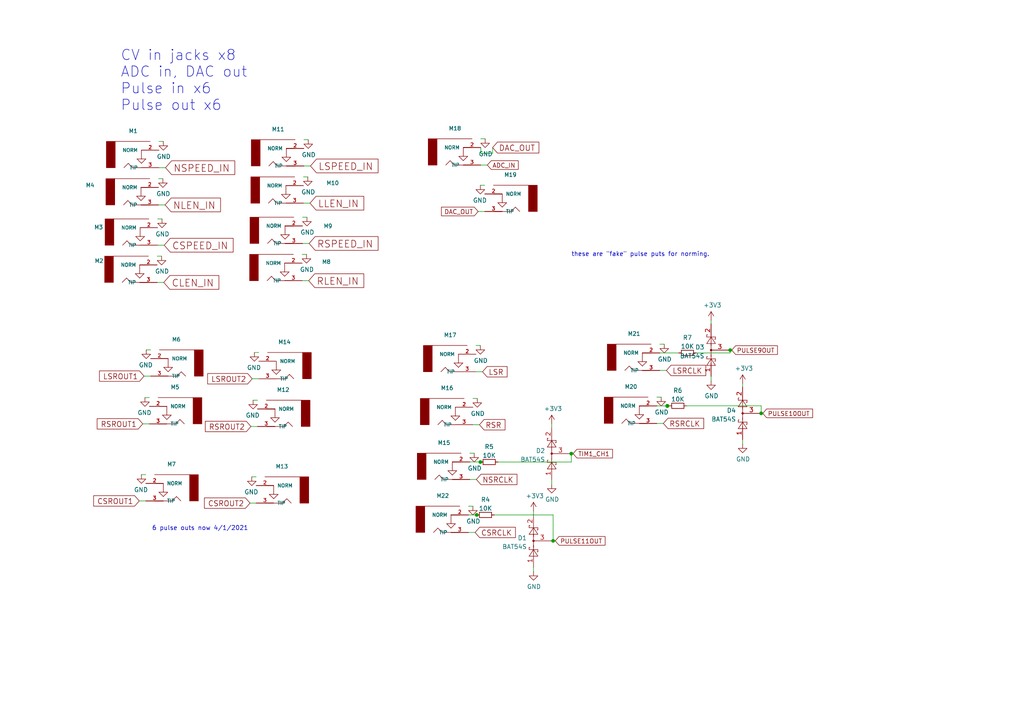
<source format=kicad_sch>
(kicad_sch (version 20211123) (generator eeschema)
  (paper "A4")
  (title_block (title "SEGMENTS") (date "2020-12-28"))
  (lib_symbols
    (symbol "Device:R_Small" (pin_numbers hide) (pin_names (offset 0.254) hide)
      (property "Reference" "R" (at 0.762 0.508 0))
      (property "Value" "R_Small" (at 0.762 -1.016 0))
      (symbol "R_Small_0_1"
        (rectangle (start -0.762 1.778) (end 0.762 -1.778) (stroke (width 0.2032)))
      )
      (symbol "R_Small_1_1"
        (pin passive line (at 0 2.54 270) (length 0.762) (name "~") (number "1"))
        (pin passive line (at 0 -2.54 90) (length 0.762) (name "~") (number "2"))
      )
    )
    (symbol "Diode:BAT54S" (pin_names (offset 1.016))
      (property "Reference" "D" (at 0.635 -3.81 0))
      (property "Value" "BAT54S" (at -6.35 3.175 0))
      (symbol "BAT54S_0_1"
        (polyline (pts (xy -3.81 0) (xy -1.27 0)))
        (polyline (pts (xy -3.175 -1.27) (xy -3.175 -1.016)))
        (polyline (pts (xy -2.54 -1.27) (xy -3.175 -1.27)))
        (polyline (pts (xy -2.54 -1.27) (xy -2.54 1.27)))
        (polyline (pts (xy -2.54 1.27) (xy -1.905 1.27)))
        (polyline (pts (xy -1.905 0) (xy 1.905 0)))
        (polyline (pts (xy -1.905 1.27) (xy -1.905 1.016)))
        (polyline (pts (xy 1.27 0) (xy 3.81 0)))
        (polyline (pts (xy 3.175 -1.27) (xy 3.175 -1.016)))
        (polyline (pts (xy 3.81 -1.27) (xy 3.175 -1.27)))
        (polyline (pts (xy 3.81 -1.27) (xy 3.81 1.27)))
        (polyline (pts (xy 3.81 1.27) (xy 4.445 1.27)))
        (polyline (pts (xy 4.445 1.27) (xy 4.445 1.016)))
        (polyline (pts (xy -4.445 1.27) (xy -4.445 -1.27) (xy -2.54 0) (xy -4.445 1.27)))
        (polyline (pts (xy 1.905 1.27) (xy 1.905 -1.27) (xy 3.81 0) (xy 1.905 1.27)))
        (circle (center 0 0) (radius 0.254) (fill (type outline)))
      )
      (symbol "BAT54S_1_1"
        (pin passive line (at -7.62 0 0) (length 3.81) (name "~") (number "1"))
        (pin passive line (at 7.62 0 180) (length 3.81) (name "~") (number "2"))
        (pin passive line (at 0 -5.08 90) (length 5.08) (name "~") (number "3"))
      )
    )
    (symbol "allcolours-rescue:AUDIO-JACKERTHENVAR-PJ398" (pin_names (offset 1.016))
      (property "Reference" "M" (at -7.493 4.445 0))
      (symbol "AUDIO-JACKERTHENVAR-PJ398_1_0"
        (polyline (pts (xy -5.08 2.54) (xy 5.08 2.54)))
        (polyline (pts (xy -2.54 -5.08) (xy -1.27 -3.81)))
        (polyline (pts (xy -1.27 -3.81) (xy 0 -5.08)))
        (polyline (pts (xy 0 -5.08) (xy 5.08 -5.08)))
        (polyline (pts (xy 1.27 -2.54) (xy 2.54 -2.54)))
        (polyline (pts (xy 2.54 -3.81) (xy 1.27 -2.54)))
        (polyline (pts (xy 2.54 -2.54) (xy 2.54 0)))
        (polyline (pts (xy 2.54 -2.54) (xy 3.81 -2.54)))
        (polyline (pts (xy 3.81 -2.54) (xy 2.54 -3.81)))
        (polyline (pts (xy 5.08 0) (xy 2.54 0)))
      )
      (symbol "AUDIO-JACKERTHENVAR-PJ398_1_1"
        (rectangle (start -7.62 -5.08) (end -5.08 2.54) (fill (type outline)))
        (pin bidirectional line (at 7.62 2.54 180) (length 5.08) hide (name "RING") (number "1"))
        (pin bidirectional line (at 7.62 0 180) (length 5.08) (name "NORM") (number "2"))
        (pin bidirectional line (at 7.62 -5.08 180) (length 5.08) (name "TIP") (number "3"))
      )
    )
    (symbol "power:+3.3V" (power) (pin_names (offset 0))
      (property "Value" "power_+3.3V" (at 0 3.556 0))
      (symbol "+3.3V_0_1"
        (polyline (pts (xy -0.762 1.27) (xy 0 2.54)))
        (polyline (pts (xy 0 0) (xy 0 2.54)))
        (polyline (pts (xy 0 2.54) (xy 0.762 1.27)))
      )
      (symbol "+3.3V_1_1"
        (pin power_in line (at 0 0 90) (length 0) hide (name "+3V3") (number "1"))
      )
    )
    (symbol "power:GND" (power) (pin_names (offset 0))
      (property "Value" "power_GND" (at 0 -3.81 0))
      (symbol "GND_0_1"
        (polyline (pts (xy 0 0) (xy 0 -1.27) (xy 1.27 -1.27) (xy 0 -2.54) (xy -1.27 -1.27) (xy 0 -1.27)))
      )
      (symbol "GND_1_1"
        (pin power_in line (at 0 0 270) (length 0) hide (name "GND") (number "1"))
      )
    )
  )
  (junction (at 220.7768 119.888))
  (junction (at 193.548 117.7036))
  (junction (at 193.548 117.729))
  (junction (at 139.3444 134.0104))
  (junction (at 211.7852 101.5492))
  (junction (at 165.7096 131.572))
  (junction (at 138.2776 149.352))
  (junction (at 160.4264 156.8704))
  (junction (at 193.548 117.7544))
  (wire (pts (xy 206.248 109.1692) (xy 206.248 110.4392)))
  (wire (pts (xy 136.271 131.445) (xy 137.541 131.445)))
  (wire (pts (xy 140.589 61.341) (xy 138.684 61.341)))
  (wire (pts (xy 43.688 101.473) (xy 42.418 101.473)))
  (wire (pts (xy 88.138 48.133) (xy 90.043 48.133)))
  (wire (pts (xy 190.5 117.729) (xy 193.548 117.729)))
  (wire (pts (xy 211.7852 102.362) (xy 211.7852 101.5492)))
  (wire (pts (xy 137.16 115.57) (xy 138.43 115.57)))
  (wire (pts (xy 135.89 149.352) (xy 138.2776 149.352)))
  (wire (pts (xy 42.291 145.288) (xy 40.386 145.288)))
  (wire (pts (xy 220.472 119.888) (xy 220.7768 119.888)))
  (wire (pts (xy 46.101 41.021) (xy 47.371 41.021)))
  (wire (pts (xy 74.295 145.923) (xy 72.39 145.923)))
  (wire (pts (xy 135.89 154.432) (xy 137.795 154.432)))
  (wire (pts (xy 190.5 122.809) (xy 192.405 122.809)))
  (wire (pts (xy 46.101 48.641) (xy 48.006 48.641)))
  (wire (pts (xy 88.138 40.513) (xy 89.408 40.513)))
  (wire (pts (xy 87.757 70.612) (xy 89.662 70.612)))
  (wire (pts (xy 220.7768 119.888) (xy 221.234 119.888)))
  (wire (pts (xy 191.389 107.442) (xy 193.294 107.442)))
  (wire (pts (xy 142.875 44.45) (xy 142.875 42.799)))
  (wire (pts (xy 191.389 99.822) (xy 192.659 99.822)))
  (wire (pts (xy 159.8168 156.8704) (xy 160.4264 156.8704)))
  (wire (pts (xy 45.72 63.5) (xy 46.99 63.5)))
  (wire (pts (xy 211.328 101.5492) (xy 211.7852 101.5492)))
  (wire (pts (xy 136.271 133.985) (xy 139.319 133.985)))
  (wire (pts (xy 201.93 102.362) (xy 211.7852 102.362)))
  (wire (pts (xy 211.7852 101.5492) (xy 212.2424 101.5492)))
  (wire (pts (xy 160.02 122.936) (xy 160.02 123.952)))
  (wire (pts (xy 42.291 137.668) (xy 41.021 137.668)))
  (wire (pts (xy 87.63 81.407) (xy 89.535 81.407)))
  (wire (pts (xy 45.593 74.295) (xy 46.863 74.295)))
  (wire (pts (xy 215.392 127.508) (xy 215.392 128.778)))
  (wire (pts (xy 43.688 109.093) (xy 41.783 109.093)))
  (wire (pts (xy 74.676 116.078) (xy 73.406 116.078)))
  (wire (pts (xy 220.7768 117.7036) (xy 199.136 117.7036)))
  (wire (pts (xy 43.307 122.936) (xy 41.402 122.936)))
  (wire (pts (xy 194.056 117.7036) (xy 193.548 117.7036)))
  (wire (pts (xy 190.5 115.189) (xy 191.77 115.189)))
  (wire (pts (xy 143.3576 149.352) (xy 160.4264 149.352)))
  (wire (pts (xy 160.02 139.192) (xy 160.02 140.462)))
  (wire (pts (xy 88.011 51.308) (xy 89.281 51.308)))
  (wire (pts (xy 43.307 115.316) (xy 42.037 115.316)))
  (wire (pts (xy 138.2776 149.352) (xy 138.303 149.352)))
  (wire (pts (xy 87.63 73.787) (xy 88.9 73.787)))
  (wire (pts (xy 45.974 51.816) (xy 47.244 51.816)))
  (wire (pts (xy 154.7368 164.4904) (xy 154.7368 165.7604)))
  (wire (pts (xy 165.7096 131.572) (xy 166.2176 131.572)))
  (wire (pts (xy 165.1 131.572) (xy 165.7096 131.572)))
  (wire (pts (xy 215.392 111.252) (xy 215.392 112.268)))
  (wire (pts (xy 75.057 109.855) (xy 73.152 109.855)))
  (wire (pts (xy 165.7096 131.572) (xy 165.7096 134.0104)))
  (wire (pts (xy 136.271 139.065) (xy 138.176 139.065)))
  (wire (pts (xy 45.593 81.915) (xy 47.498 81.915)))
  (wire (pts (xy 206.248 92.9132) (xy 206.248 93.9292)))
  (wire (pts (xy 87.757 62.992) (xy 89.027 62.992)))
  (wire (pts (xy 138.049 100.203) (xy 139.319 100.203)))
  (wire (pts (xy 88.011 58.928) (xy 89.916 58.928)))
  (wire (pts (xy 193.548 117.729) (xy 193.548 117.7544)))
  (wire (pts (xy 191.389 102.362) (xy 196.85 102.362)))
  (wire (pts (xy 139.446 42.799) (xy 139.446 44.45)))
  (wire (pts (xy 160.4264 149.352) (xy 160.4264 156.8704)))
  (wire (pts (xy 160.4264 156.8704) (xy 161.036 156.8704)))
  (wire (pts (xy 139.446 47.879) (xy 141.351 47.879)))
  (wire (pts (xy 139.446 40.259) (xy 140.716 40.259)))
  (wire (pts (xy 154.7368 148.2344) (xy 154.7368 149.2504)))
  (wire (pts (xy 135.89 146.812) (xy 137.16 146.812)))
  (wire (pts (xy 45.72 71.12) (xy 47.625 71.12)))
  (wire (pts (xy 74.295 138.303) (xy 73.025 138.303)))
  (wire (pts (xy 137.16 123.19) (xy 139.065 123.19)))
  (wire (pts (xy 139.446 44.45) (xy 142.875 44.45)))
  (wire (pts (xy 45.974 59.436) (xy 47.879 59.436)))
  (wire (pts (xy 75.057 102.235) (xy 73.787 102.235)))
  (wire (pts (xy 140.589 53.721) (xy 139.319 53.721)))
  (wire (pts (xy 193.548 117.7036) (xy 193.548 117.729)))
  (wire (pts (xy 220.7768 119.888) (xy 220.7768 117.7036)))
  (wire (pts (xy 74.676 123.698) (xy 72.771 123.698)))
  (wire (pts (xy 138.049 107.823) (xy 139.954 107.823)))
  (wire (pts (xy 144.4244 134.0104) (xy 165.7096 134.0104)))
  (text "6 pulse outs now 4/1/2021" (at 44.069 154.051 0) (effects (font (size 1.27 1.27)) (justify left bottom)))
  (text "CV in jacks x8\nADC in, DAC out\nPulse in x6\nPulse out x6" (at 34.925 32.385 0) (effects (font (size 2.9972 2.9972)) (justify left bottom)))
  (text "these are \"fake\" pulse puts for norming. " (at 165.7096 74.5744 0) (effects (font (size 1.27 1.27)) (justify left bottom)))
  (global_label "RSROUT1" (shape input) (at 41.402 122.936 180) (effects (font (size 1.524 1.524))) (property "Intersheet References" "${INTERSHEET_REFS}" (effects hide)))
  (global_label "LSPEED_IN" (shape input) (at 90.043 48.133 0) (effects (font (size 2.0066 2.0066))) (property "Intersheet References" "${INTERSHEET_REFS}" (effects hide)))
  (global_label "RSROUT2" (shape input) (at 72.771 123.698 180) (effects (font (size 1.524 1.524))) (property "Intersheet References" "${INTERSHEET_REFS}" (effects hide)))
  (global_label "TIM1_CH1" (shape input) (at 166.2176 131.572 0) (property "Intersheet References" "${INTERSHEET_REFS}" (effects hide)))
  (global_label "NSPEED_IN" (shape input) (at 48.006 48.641 0) (effects (font (size 2.0066 2.0066))) (property "Intersheet References" "${INTERSHEET_REFS}" (effects hide)))
  (global_label "NSRCLK" (shape input) (at 138.176 139.065 0) (effects (font (size 1.524 1.524))) (property "Intersheet References" "${INTERSHEET_REFS}" (effects hide)))
  (global_label "CSPEED_IN" (shape input) (at 47.625 71.12 0) (effects (font (size 2.0066 2.0066))) (property "Intersheet References" "${INTERSHEET_REFS}" (effects hide)))
  (global_label "RSPEED_IN" (shape input) (at 89.662 70.612 0) (effects (font (size 2.0066 2.0066))) (property "Intersheet References" "${INTERSHEET_REFS}" (effects hide)))
  (global_label "DAC_OUT" (shape input) (at 138.684 61.341 180) (property "Intersheet References" "${INTERSHEET_REFS}" (effects hide)))
  (global_label "NLEN_IN" (shape input) (at 47.879 59.436 0) (effects (font (size 2.0066 2.0066))) (property "Intersheet References" "${INTERSHEET_REFS}" (effects hide)))
  (global_label "LSRCLK" (shape input) (at 193.294 107.442 0) (effects (font (size 1.524 1.524))) (property "Intersheet References" "${INTERSHEET_REFS}" (effects hide)))
  (global_label "LSROUT2" (shape input) (at 73.152 109.855 180) (effects (font (size 1.524 1.524))) (property "Intersheet References" "${INTERSHEET_REFS}" (effects hide)))
  (global_label "ADC_IN" (shape input) (at 141.351 47.879 0) (property "Intersheet References" "${INTERSHEET_REFS}" (effects hide)))
  (global_label "PULSE11OUT" (shape input) (at 161.036 156.8704 0) (property "Intersheet References" "${INTERSHEET_REFS}" (effects hide)))
  (global_label "CSROUT1" (shape input) (at 40.386 145.288 180) (effects (font (size 1.524 1.524))) (property "Intersheet References" "${INTERSHEET_REFS}" (effects hide)))
  (global_label "LLEN_IN" (shape input) (at 89.916 58.928 0) (effects (font (size 2.0066 2.0066))) (property "Intersheet References" "${INTERSHEET_REFS}" (effects hide)))
  (global_label "RSR" (shape input) (at 139.065 123.19 0) (effects (font (size 1.524 1.524))) (property "Intersheet References" "${INTERSHEET_REFS}" (effects hide)))
  (global_label "LSR" (shape input) (at 139.954 107.823 0) (effects (font (size 1.524 1.524))) (property "Intersheet References" "${INTERSHEET_REFS}" (effects hide)))
  (global_label "LSROUT1" (shape input) (at 41.783 109.093 180) (effects (font (size 1.524 1.524))) (property "Intersheet References" "${INTERSHEET_REFS}" (effects hide)))
  (global_label "RLEN_IN" (shape input) (at 89.535 81.407 0) (effects (font (size 2.0066 2.0066))) (property "Intersheet References" "${INTERSHEET_REFS}" (effects hide)))
  (global_label "CLEN_IN" (shape input) (at 47.498 81.915 0) (effects (font (size 2.0066 2.0066))) (property "Intersheet References" "${INTERSHEET_REFS}" (effects hide)))
  (global_label "CSRCLK" (shape input) (at 137.795 154.432 0) (effects (font (size 1.524 1.524))) (property "Intersheet References" "${INTERSHEET_REFS}" (effects hide)))
  (global_label "PULSE9OUT" (shape input) (at 212.2424 101.5492 0) (property "Intersheet References" "${INTERSHEET_REFS}" (effects hide)))
  (global_label "CSROUT2" (shape input) (at 72.517 145.923 180) (effects (font (size 1.524 1.524))) (property "Intersheet References" "${INTERSHEET_REFS}" (effects hide)))
  (global_label "PULSE10OUT" (shape input) (at 221.234 119.888 0) (property "Intersheet References" "${INTERSHEET_REFS}" (effects hide)))
  (global_label "DAC_OUT" (shape input) (at 142.875 42.799 0) (effects (font (size 1.6002 1.6002))) (property "Intersheet References" "${INTERSHEET_REFS}" (effects hide)))
  (global_label "RSRCLK" (shape input) (at 192.405 122.809 0) (effects (font (size 1.524 1.524))) (property "Intersheet References" "${INTERSHEET_REFS}" (effects hide)))
  (symbol (lib_id "allcolours-rescue:AUDIO-JACKERTHENVAR-PJ398") (at 38.481 43.561 0) (unit 1)
    (property "Reference" "M1" (at 38.6334 37.9984 0) (effects (font (size 1.143 1.143))))
    (property "Value" "AUDIO-JACKERTHENVAR" (effects hide))
    (property "Footprint" "new_kicad:Jack_3.5mm_QingPu_WQP-PJ398SM_Vertical_CircularHoles" (effects hide))
  )
  (symbol (lib_id "power:GND") (at 47.371 41.021 0) (unit 1)
    (property "Reference" "#PWR0152" (effects hide))
    (property "Value" "GND" (at 47.498 45.4152 0))
  )
  (symbol (lib_id "allcolours-rescue:AUDIO-JACKERTHENVAR-PJ398") (at 38.354 54.356 0) (unit 1)
    (property "Reference" "M4" (at 26.162 53.721 0) (effects (font (size 1.143 1.143))))
    (property "Value" "AUDIO-JACKERTHENVAR" (effects hide))
    (property "Footprint" "new_kicad:Jack_3.5mm_QingPu_WQP-PJ398SM_Vertical_CircularHoles" (effects hide))
  )
  (symbol (lib_id "power:GND") (at 47.244 51.816 0) (unit 1)
    (property "Reference" "#PWR0164" (effects hide))
    (property "Value" "GND" (at 47.371 56.2102 0))
  )
  (symbol (lib_id "allcolours-rescue:AUDIO-JACKERTHENVAR-PJ398") (at 38.1 66.04 0) (unit 1)
    (property "Reference" "M3" (at 28.6004 65.913 0) (effects (font (size 1.143 1.143))))
    (property "Value" "AUDIO-JACKERTHENVAR" (effects hide))
    (property "Footprint" "new_kicad:Jack_3.5mm_QingPu_WQP-PJ398SM_Vertical_CircularHoles" (effects hide))
  )
  (symbol (lib_id "power:GND") (at 46.99 63.5 0) (unit 1)
    (property "Reference" "#PWR0163" (effects hide))
    (property "Value" "GND" (at 47.117 67.8942 0))
  )
  (symbol (lib_id "allcolours-rescue:AUDIO-JACKERTHENVAR-PJ398") (at 37.973 76.835 0) (unit 1)
    (property "Reference" "M2" (at 28.7274 75.6666 0) (effects (font (size 1.143 1.143))))
    (property "Value" "AUDIO-JACKERTHENVAR" (effects hide))
    (property "Footprint" "new_kicad:Jack_3.5mm_QingPu_WQP-PJ398SM_Vertical_CircularHoles" (effects hide))
  )
  (symbol (lib_id "power:GND") (at 46.863 74.295 0) (unit 1)
    (property "Reference" "#PWR0162" (effects hide))
    (property "Value" "GND" (at 46.99 78.6892 0))
  )
  (symbol (lib_id "allcolours-rescue:AUDIO-JACKERTHENVAR-PJ398") (at 80.518 43.053 0) (unit 1)
    (property "Reference" "M11" (at 80.6704 37.4904 0) (effects (font (size 1.143 1.143))))
    (property "Value" "AUDIO-JACKERTHENVAR" (effects hide))
    (property "Footprint" "new_kicad:Jack_3.5mm_QingPu_WQP-PJ398SM_Vertical_CircularHoles" (effects hide))
  )
  (symbol (lib_id "power:GND") (at 89.408 40.513 0) (unit 1)
    (property "Reference" "#PWR0171" (effects hide))
    (property "Value" "GND" (at 89.535 44.9072 0))
  )
  (symbol (lib_id "allcolours-rescue:AUDIO-JACKERTHENVAR-PJ398") (at 80.391 53.848 0) (unit 1)
    (property "Reference" "M10" (at 96.4946 53.086 0) (effects (font (size 1.143 1.143))))
    (property "Value" "AUDIO-JACKERTHENVAR" (effects hide))
    (property "Footprint" "new_kicad:Jack_3.5mm_QingPu_WQP-PJ398SM_Vertical_CircularHoles" (effects hide))
  )
  (symbol (lib_id "power:GND") (at 89.281 51.308 0) (unit 1)
    (property "Reference" "#PWR0170" (effects hide))
    (property "Value" "GND" (at 89.408 55.7022 0))
  )
  (symbol (lib_id "allcolours-rescue:AUDIO-JACKERTHENVAR-PJ398") (at 80.137 65.532 0) (unit 1)
    (property "Reference" "M9" (at 95.123 65.5828 0) (effects (font (size 1.143 1.143))))
    (property "Value" "AUDIO-JACKERTHENVAR" (effects hide))
    (property "Footprint" "new_kicad:Jack_3.5mm_QingPu_WQP-PJ398SM_Vertical_CircularHoles" (effects hide))
  )
  (symbol (lib_id "power:GND") (at 89.027 62.992 0) (unit 1)
    (property "Reference" "#PWR0169" (effects hide))
    (property "Value" "GND" (at 89.154 67.3862 0))
  )
  (symbol (lib_id "allcolours-rescue:AUDIO-JACKERTHENVAR-PJ398") (at 80.01 76.327 0) (unit 1)
    (property "Reference" "M8" (at 94.6658 75.946 0) (effects (font (size 1.143 1.143))))
    (property "Value" "AUDIO-JACKERTHENVAR" (effects hide))
    (property "Footprint" "new_kicad:Jack_3.5mm_QingPu_WQP-PJ398SM_Vertical_CircularHoles" (effects hide))
  )
  (symbol (lib_id "power:GND") (at 88.9 73.787 0) (unit 1)
    (property "Reference" "#PWR0168" (effects hide))
    (property "Value" "GND" (at 89.027 78.1812 0))
  )
  (symbol (lib_id "allcolours-rescue:AUDIO-JACKERTHENVAR-PJ398") (at 131.826 42.799 0) (unit 1)
    (property "Reference" "M18" (at 131.9784 37.2364 0) (effects (font (size 1.143 1.143))))
    (property "Value" "AUDIO-JACKERTHENVAR" (effects hide))
    (property "Footprint" "new_kicad:Jack_3.5mm_QingPu_WQP-PJ398SM_Vertical_CircularHoles" (effects hide))
  )
  (symbol (lib_id "power:GND") (at 140.716 40.259 0) (unit 1)
    (property "Reference" "#PWR0176" (effects hide))
    (property "Value" "GND" (at 140.843 44.6532 0))
  )
  (symbol (lib_id "allcolours-rescue:AUDIO-JACKERTHENVAR-PJ398") (at 148.209 56.261 0) (mirror y) (unit 1)
    (property "Reference" "M19" (at 148.0566 50.6984 0) (effects (font (size 1.143 1.143))))
    (property "Value" "AUDIO-JACKERTHENVAR" (effects hide))
    (property "Footprint" "new_kicad:Jack_3.5mm_QingPu_WQP-PJ398SM_Vertical_CircularHoles" (effects hide))
  )
  (symbol (lib_id "power:GND") (at 139.319 53.721 0) (mirror y) (unit 1)
    (property "Reference" "#PWR0174" (effects hide))
    (property "Value" "GND" (at 139.192 58.1152 0))
  )
  (symbol (lib_id "allcolours-rescue:AUDIO-JACKERTHENVAR-PJ398") (at 51.308 104.013 0) (mirror y) (unit 1)
    (property "Reference" "M6" (at 51.1556 98.4504 0) (effects (font (size 1.143 1.143))))
    (property "Value" "AUDIO-JACKERTHENVAR" (effects hide))
    (property "Footprint" "new_kicad:Jack_3.5mm_QingPu_WQP-PJ398SM_Vertical_CircularHoles" (effects hide))
  )
  (symbol (lib_id "power:GND") (at 42.418 101.473 0) (mirror y) (unit 1)
    (property "Reference" "#PWR0160" (effects hide))
    (property "Value" "GND" (at 42.291 105.8672 0))
  )
  (symbol (lib_id "allcolours-rescue:AUDIO-JACKERTHENVAR-PJ398") (at 81.915 140.843 0) (mirror y) (unit 1)
    (property "Reference" "M13" (at 81.7626 135.2804 0) (effects (font (size 1.143 1.143))))
    (property "Value" "AUDIO-JACKERTHENVAR" (effects hide))
    (property "Footprint" "new_kicad:Jack_3.5mm_QingPu_WQP-PJ398SM_Vertical_CircularHoles" (effects hide))
  )
  (symbol (lib_id "power:GND") (at 73.025 138.303 0) (mirror y) (unit 1)
    (property "Reference" "#PWR0166" (effects hide))
    (property "Value" "GND" (at 72.898 142.6972 0))
  )
  (symbol (lib_id "allcolours-rescue:AUDIO-JACKERTHENVAR-PJ398") (at 50.927 117.856 0) (mirror y) (unit 1)
    (property "Reference" "M5" (at 50.7746 112.2934 0) (effects (font (size 1.143 1.143))))
    (property "Value" "AUDIO-JACKERTHENVAR" (effects hide))
    (property "Footprint" "new_kicad:Jack_3.5mm_QingPu_WQP-PJ398SM_Vertical_CircularHoles" (effects hide))
  )
  (symbol (lib_id "power:GND") (at 42.037 115.316 0) (mirror y) (unit 1)
    (property "Reference" "#PWR0159" (effects hide))
    (property "Value" "GND" (at 41.91 119.7102 0))
  )
  (symbol (lib_id "allcolours-rescue:AUDIO-JACKERTHENVAR-PJ398") (at 49.911 140.208 0) (mirror y) (unit 1)
    (property "Reference" "M7" (at 49.7586 134.6454 0) (effects (font (size 1.143 1.143))))
    (property "Value" "AUDIO-JACKERTHENVAR" (effects hide))
    (property "Footprint" "new_kicad:Jack_3.5mm_QingPu_WQP-PJ398SM_Vertical_CircularHoles" (effects hide))
  )
  (symbol (lib_id "power:GND") (at 41.021 137.668 0) (mirror y) (unit 1)
    (property "Reference" "#PWR0161" (effects hide))
    (property "Value" "GND" (at 40.894 142.0622 0))
  )
  (symbol (lib_id "allcolours-rescue:AUDIO-JACKERTHENVAR-PJ398") (at 130.429 102.743 0) (unit 1)
    (property "Reference" "M17" (at 130.5814 97.1804 0) (effects (font (size 1.143 1.143))))
    (property "Value" "AUDIO-JACKERTHENVAR" (effects hide))
    (property "Footprint" "new_kicad:Jack_3.5mm_QingPu_WQP-PJ398SM_Vertical_CircularHoles" (effects hide))
  )
  (symbol (lib_id "power:GND") (at 139.319 100.203 0) (unit 1)
    (property "Reference" "#PWR0175" (effects hide))
    (property "Value" "GND" (at 139.446 104.5972 0))
  )
  (symbol (lib_id "allcolours-rescue:AUDIO-JACKERTHENVAR-PJ398") (at 183.769 102.362 0) (unit 1)
    (property "Reference" "M21" (at 183.9214 96.7994 0) (effects (font (size 1.143 1.143))))
    (property "Value" "AUDIO-JACKERTHENVAR" (effects hide))
    (property "Footprint" "new_kicad:Jack_3.5mm_QingPu_WQP-PJ398SM_Vertical_CircularHoles" (effects hide))
  )
  (symbol (lib_id "power:GND") (at 192.659 99.822 0) (unit 1)
    (property "Reference" "#PWR0178" (effects hide))
    (property "Value" "GND" (at 192.786 104.2162 0))
  )
  (symbol (lib_id "allcolours-rescue:AUDIO-JACKERTHENVAR-PJ398") (at 129.54 118.11 0) (unit 1)
    (property "Reference" "M16" (at 129.6924 112.5474 0) (effects (font (size 1.143 1.143))))
    (property "Value" "AUDIO-JACKERTHENVAR" (effects hide))
    (property "Footprint" "new_kicad:Jack_3.5mm_QingPu_WQP-PJ398SM_Vertical_CircularHoles" (effects hide))
  )
  (symbol (lib_id "power:GND") (at 138.43 115.57 0) (unit 1)
    (property "Reference" "#PWR0173" (effects hide))
    (property "Value" "GND" (at 138.557 119.9642 0))
  )
  (symbol (lib_id "allcolours-rescue:AUDIO-JACKERTHENVAR-PJ398") (at 182.88 117.729 0) (unit 1)
    (property "Reference" "M20" (at 183.0324 112.1664 0) (effects (font (size 1.143 1.143))))
    (property "Value" "AUDIO-JACKERTHENVAR" (effects hide))
    (property "Footprint" "new_kicad:Jack_3.5mm_QingPu_WQP-PJ398SM_Vertical_CircularHoles" (effects hide))
  )
  (symbol (lib_id "power:GND") (at 191.77 115.189 0) (unit 1)
    (property "Reference" "#PWR0177" (effects hide))
    (property "Value" "GND" (at 191.897 119.5832 0))
  )
  (symbol (lib_id "allcolours-rescue:AUDIO-JACKERTHENVAR-PJ398") (at 128.651 133.985 0) (unit 1)
    (property "Reference" "M15" (at 128.8034 128.4224 0) (effects (font (size 1.143 1.143))))
    (property "Value" "AUDIO-JACKERTHENVAR" (effects hide))
    (property "Footprint" "new_kicad:Jack_3.5mm_QingPu_WQP-PJ398SM_Vertical_CircularHoles" (effects hide))
  )
  (symbol (lib_id "power:GND") (at 137.541 131.445 0) (unit 1)
    (property "Reference" "#PWR0172" (effects hide))
    (property "Value" "GND" (at 137.668 135.8392 0))
  )
  (symbol (lib_id "allcolours-rescue:AUDIO-JACKERTHENVAR-PJ398") (at 128.27 149.352 0) (unit 1)
    (property "Reference" "M22" (at 128.4224 143.7894 0) (effects (font (size 1.143 1.143))))
    (property "Value" "AUDIO-JACKERTHENVAR" (effects hide))
    (property "Footprint" "new_kicad:Jack_3.5mm_QingPu_WQP-PJ398SM_Vertical_CircularHoles" (effects hide))
  )
  (symbol (lib_id "power:GND") (at 137.16 146.812 0) (unit 1)
    (property "Reference" "#PWR0179" (effects hide))
    (property "Value" "GND" (at 137.287 151.2062 0))
  )
  (symbol (lib_id "allcolours-rescue:AUDIO-JACKERTHENVAR-PJ398") (at 82.677 104.775 0) (mirror y) (unit 1)
    (property "Reference" "M14" (at 82.5246 99.2124 0) (effects (font (size 1.143 1.143))))
    (property "Value" "AUDIO-JACKERTHENVAR" (effects hide))
    (property "Footprint" "new_kicad:Jack_3.5mm_QingPu_WQP-PJ398SM_Vertical_CircularHoles" (effects hide))
  )
  (symbol (lib_id "power:GND") (at 73.787 102.235 0) (mirror y) (unit 1)
    (property "Reference" "#PWR0145" (effects hide))
    (property "Value" "GND" (at 73.66 106.6292 0))
  )
  (symbol (lib_id "allcolours-rescue:AUDIO-JACKERTHENVAR-PJ398") (at 82.296 118.618 0) (mirror y) (unit 1)
    (property "Reference" "M12" (at 82.1436 113.0554 0) (effects (font (size 1.143 1.143))))
    (property "Value" "AUDIO-JACKERTHENVAR" (effects hide))
    (property "Footprint" "new_kicad:Jack_3.5mm_QingPu_WQP-PJ398SM_Vertical_CircularHoles" (effects hide))
  )
  (symbol (lib_id "power:GND") (at 73.406 116.078 0) (mirror y) (unit 1)
    (property "Reference" "#PWR0144" (effects hide))
    (property "Value" "GND" (at 73.279 120.4722 0))
  )
  (symbol (lib_id "power:GND") (at 215.392 128.778 0) (unit 1)
    (property "Reference" "#PWR013" (effects hide))
    (property "Value" "GND" (at 215.519 133.1722 0))
  )
  (symbol (lib_id "Device:R_Small") (at 199.39 102.362 90) (unit 1)
    (property "Reference" "R7" (at 199.39 97.9256 90))
    (property "Value" "10K" (at 199.39 100.4625 90))
    (property "Footprint" "Resistor_SMD:R_0805_2012Metric" (effects hide))
  )
  (symbol (lib_id "power:GND") (at 206.248 110.4392 0) (unit 1)
    (property "Reference" "#PWR011" (effects hide))
    (property "Value" "GND" (at 206.375 114.8334 0))
  )
  (symbol (lib_id "power:GND") (at 160.02 140.462 0) (unit 1)
    (property "Reference" "#PWR09" (effects hide))
    (property "Value" "GND" (at 160.147 144.8562 0))
  )
  (symbol (lib_id "Device:R_Small") (at 140.8176 149.352 90) (unit 1)
    (property "Reference" "R4" (at 140.8176 144.9156 90))
    (property "Value" "10K" (at 140.8176 147.4525 90))
    (property "Footprint" "Resistor_SMD:R_0805_2012Metric" (effects hide))
  )
  (symbol (lib_id "Diode:BAT54S") (at 206.248 101.5492 90) (unit 1)
    (property "Reference" "D3" (at 204.343 100.7145 90) (effects (justify left)))
    (property "Value" "BAT54S" (at 204.343 103.2514 90) (effects (justify left)))
    (property "Footprint" "Package_TO_SOT_SMD:SOT-23" (effects hide))
    (property "Datasheet" "https://www.diodes.com/assets/Datasheets/ds11005.pdf" (effects hide))
  )
  (symbol (lib_id "power:+3.3V") (at 206.248 92.9132 0) (unit 1)
    (property "Reference" "#PWR010" (effects hide))
    (property "Value" "+3.3V" (at 206.629 88.519 0))
  )
  (symbol (lib_id "Diode:BAT54S") (at 154.7368 156.8704 90) (unit 1)
    (property "Reference" "D1" (at 152.8318 156.0357 90) (effects (justify left)))
    (property "Value" "BAT54S" (at 152.8318 158.5726 90) (effects (justify left)))
    (property "Footprint" "Package_TO_SOT_SMD:SOT-23" (effects hide))
    (property "Datasheet" "https://www.diodes.com/assets/Datasheets/ds11005.pdf" (effects hide))
  )
  (symbol (lib_id "power:GND") (at 154.7368 165.7604 0) (unit 1)
    (property "Reference" "#PWR07" (effects hide))
    (property "Value" "GND" (at 154.8638 170.1546 0))
  )
  (symbol (lib_id "Device:R_Small") (at 141.8844 134.0104 90) (unit 1)
    (property "Reference" "R5" (at 141.8844 129.574 90))
    (property "Value" "10K" (at 141.8844 132.1109 90))
    (property "Footprint" "Resistor_SMD:R_0805_2012Metric" (effects hide))
  )
  (symbol (lib_id "Diode:BAT54S") (at 215.392 119.888 90) (unit 1)
    (property "Reference" "D4" (at 213.487 119.0533 90) (effects (justify left)))
    (property "Value" "BAT54S" (at 213.487 121.5902 90) (effects (justify left)))
    (property "Footprint" "Package_TO_SOT_SMD:SOT-23" (effects hide))
    (property "Datasheet" "https://www.diodes.com/assets/Datasheets/ds11005.pdf" (effects hide))
  )
  (symbol (lib_id "Diode:BAT54S") (at 160.02 131.572 90) (unit 1)
    (property "Reference" "D2" (at 158.115 130.7373 90) (effects (justify left)))
    (property "Value" "BAT54S" (at 158.115 133.2742 90) (effects (justify left)))
    (property "Footprint" "Package_TO_SOT_SMD:SOT-23" (effects hide))
    (property "Datasheet" "https://www.diodes.com/assets/Datasheets/ds11005.pdf" (effects hide))
  )
  (symbol (lib_id "power:+3.3V") (at 154.7368 148.2344 0) (unit 1)
    (property "Reference" "#PWR06" (effects hide))
    (property "Value" "+3.3V" (at 155.1178 143.8402 0))
  )
  (symbol (lib_id "power:+3.3V") (at 215.392 111.252 0) (unit 1)
    (property "Reference" "#PWR012" (effects hide))
    (property "Value" "+3.3V" (at 215.773 106.8578 0))
  )
  (symbol (lib_id "Device:R_Small") (at 196.596 117.7036 90) (unit 1)
    (property "Reference" "R6" (at 196.596 113.2672 90))
    (property "Value" "10K" (at 196.596 115.8041 90))
    (property "Footprint" "Resistor_SMD:R_0805_2012Metric" (effects hide))
  )
  (symbol (lib_id "power:+3.3V") (at 160.02 122.936 0) (unit 1)
    (property "Reference" "#PWR08" (effects hide))
    (property "Value" "+3.3V" (at 160.401 118.5418 0))
  )
)
</source>
